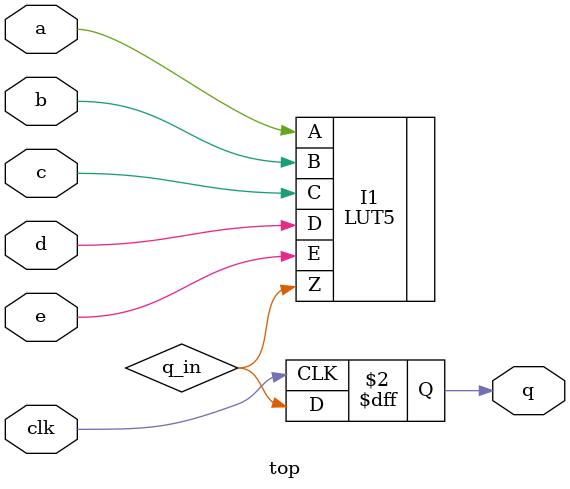
<source format=v>
module top(input a, input b, input c, input d, input e, input clk, output reg q);

wire q_in;

LUT5 #(.init (32'hF4444)) I1 ( .A (a), .B (b), .C (c), .D (d), .E (e), .Z (q_in) );

always @(posedge clk) begin
  q <= q_in;
end

endmodule

</source>
